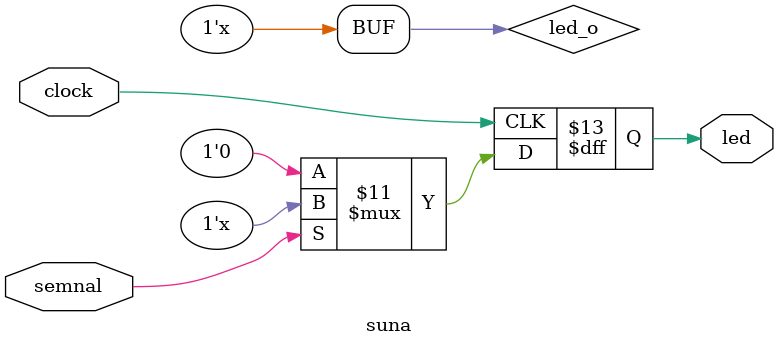
<source format=v>
`timescale 1ns / 1ps
module suna(
	clock,
	semnal,
	led
    );
	input clock; 
	input semnal;
	output led;
	 
	reg led;
	reg led_o = 'd0;
	
always@(posedge clock)begin
	if(semnal == 'd1) begin
		led <= led_o;
	end else begin
		led <= 'd0;
	end
	
end

always@(*)begin
	if(semnal == 'd1) begin
		led_o = ~led_o;
	end
end		

endmodule

</source>
